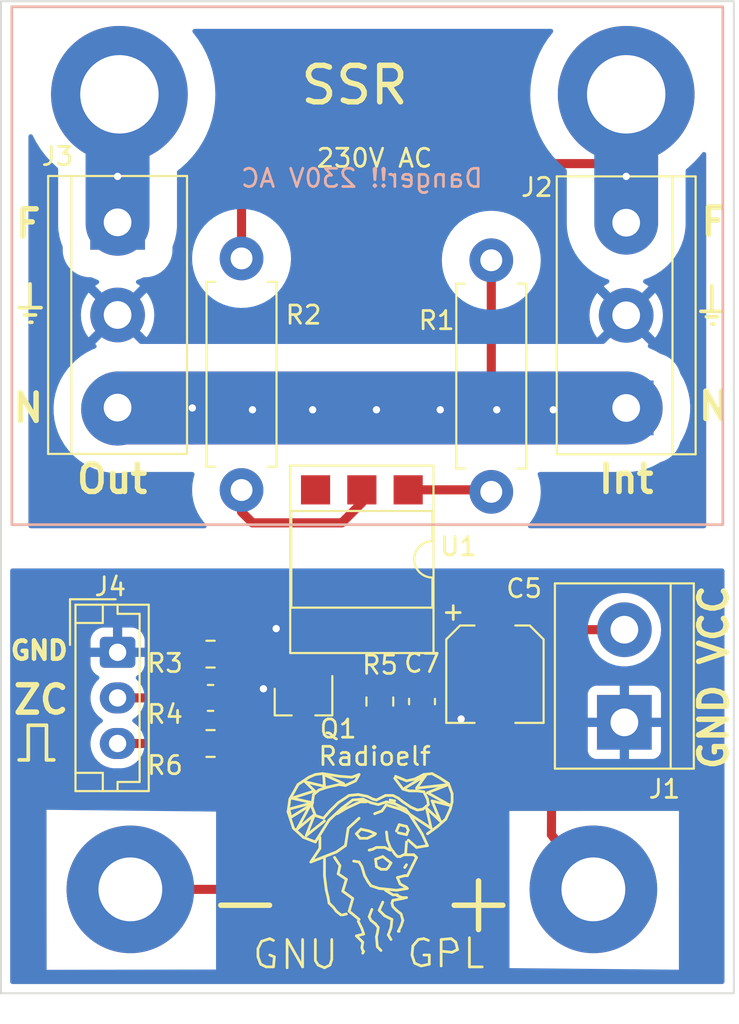
<source format=kicad_pcb>
(kicad_pcb (version 20211014) (generator pcbnew)
  (layers (0 "F.Cu" signal) (31 "B.Cu" signal) (34 "B.Paste" user) (35 "F.Paste" user) (36 "B.SilkS" user "B.Silkscreen") (37 "F.SilkS" user "F.Silkscreen") (38 "B.Mask" user) (39 "F.Mask" user) (44 "Edge.Cuts" user))
  (net 0 "")
  (net 1 "VCC")
  (net 2 "GND")
  (net 3 "Net-(H3-Pad1)")
  (net 4 "Control")
  (net 5 "Net-(H4-Pad1)")
  (net 6 "Net-(J2-Pad1)")
  (net 7 "Earth_Protective")
  (net 8 "Net-(Q1-Pad1)")
  (net 9 "Net-(R4-Pad1)")
  (net 11 "Net-(H1-Pad1)")
  (net 13 "Net-(R1-Pad1)")
  (net 14 "Net-(R2-Pad1)")
  (net 15 "Paso_Cero")
  (footprint "TerminalBlock:TerminalBlock_bornier-2_P5.08mm" (layer "F.Cu") (at 156.4 119.54 90)
    (fp_text reference "J1" (at -3.66 2.2 180) (layer "F.SilkS"))
    (fp_text value "power DC")
    (fp_line (start -2.54 -3.81) (end -2.54 3.81) (layer "F.SilkS") (width 0.12))
    (fp_line (start 7.62 2.54) (end -2.54 2.54) (layer "F.SilkS") (width 0.12))
    (fp_line (start 7.62 -3.81) (end -2.54 -3.81) (layer "F.SilkS") (width 0.12))
    (fp_line (start -2.54 3.81) (end 7.62 3.81) (layer "F.SilkS") (width 0.12))
    (fp_line (start 7.62 3.81) (end 7.62 -3.81) (layer "F.SilkS") (width 0.12))
    (pad "1" thru_hole rect locked (at 0 0 90) (size 3 3) (drill 1.52) (layers *.Cu *.Mask) (net 2 "GND"))
    (pad "2" thru_hole circle locked (at 5.08 0 90) (size 3 3) (drill 1.52) (layers *.Cu *.Mask) (net 1 "VCC"))
  )
  (footprint "Capacitor_SMD:CP_Elec_5x4.5" (layer "F.Cu") (at 149.3 116.9 -90)
    (fp_text reference "C5" (at -4.7 -1.6 180) (layer "F.SilkS"))
    (fp_text value "100uF")
    (fp_text user "+" (at -3.38 2.36 90) (layer "F.SilkS"))
    (fp_line (start 2.67 -2.67) (end 2.67 -1.12) (layer "F.SilkS") (width 0.12))
    (fp_line (start -2.67 1.91) (end -1.91 2.67) (layer "F.SilkS") (width 0.12))
    (fp_line (start -1.91 -2.67) (end -2.67 -1.91) (layer "F.SilkS") (width 0.12))
    (fp_line (start -2.67 -1.91) (end -2.67 -1.12) (layer "F.SilkS") (width 0.12))
    (fp_line (start 2.67 2.67) (end 2.67 1.12) (layer "F.SilkS") (width 0.12))
    (fp_line (start -1.91 2.67) (end 2.67 2.67) (layer "F.SilkS") (width 0.12))
    (fp_line (start 2.67 -2.67) (end -1.91 -2.67) (layer "F.SilkS") (width 0.12))
    (fp_line (start -2.67 1.91) (end -2.67 1.12) (layer "F.SilkS") (width 0.12))
    (pad "1" smd rect locked (at -2.2 0 90) (size 3 1.6) (layers "F.Cu" "F.Paste" "F.Mask") (net 1 "VCC"))
    (pad "2" smd rect locked (at 2.2 0 90) (size 3 1.6) (layers "F.Cu" "F.Paste" "F.Mask") (net 2 "GND"))
  )
  (footprint "Capacitor_SMD:C_0805_2012Metric" (layer "F.Cu") (at 145.3 118.4 -90)
    (fp_text reference "C7" (at -2.1 0) (layer "F.SilkS"))
    (fp_text value "100nF")
    (fp_line (start -0.15 0.71) (end 0.15 0.71) (layer "F.SilkS") (width 0.12))
    (fp_line (start -0.15 -0.71) (end 0.15 -0.71) (layer "F.SilkS") (width 0.12))
    (pad "1" smd rect locked (at -0.955 0 270) (size 0.97 1.5) (layers "F.Cu" "F.Paste" "F.Mask") (net 1 "VCC"))
    (pad "2" smd rect locked (at 0.955 0 270) (size 0.97 1.5) (layers "F.Cu" "F.Paste" "F.Mask") (net 2 "GND"))
  )
  (footprint "MountingHole:MountingHole_3.5mm_Pad_TopBottom" (layer "F.Cu") (at 129.3 128.7)
    (fp_text reference "H1" hide)
    (fp_text value "-")
    (pad "1" connect circle locked (at 0 0) (size 7 7) (layers "B.Cu" "B.Mask") (net 11 "Net-(H1-Pad1)"))
    (pad "1" connect circle locked (at 0 0) (size 7 7) (layers "F.Cu" "F.Mask") (net 11 "Net-(H1-Pad1)"))
    (pad "1" thru_hole circle locked (at 0 0) (size 3.9 3.9) (drill 3.5) (layers *.Cu *.Mask) (net 11 "Net-(H1-Pad1)"))
  )
  (footprint "MountingHole:MountingHole_3.5mm_Pad_TopBottom" (layer "F.Cu") (at 154.7 128.7)
    (fp_text reference "H2" hide)
    (fp_text value "+")
    (pad "1" thru_hole circle locked (at 0 0) (size 3.9 3.9) (drill 3.5) (layers *.Cu *.Mask) (net 1 "VCC"))
    (pad "1" connect circle locked (at 0 0) (size 7 7) (layers "F.Cu" "F.Mask") (net 1 "VCC"))
    (pad "1" connect circle locked (at 0 0) (size 7 7) (layers "B.Cu" "B.Mask") (net 1 "VCC"))
  )
  (footprint "MountingHole:MountingHole_4.3mm_M4_DIN965_Pad_TopBottom" (layer "F.Cu") (at 156.5 85.1)
    (fp_text reference "H3" hide)
    (fp_text value "Int F")
    (pad "1" connect circle locked (at 0 0) (size 7.5 7.5) (layers "F.Cu" "F.Mask") (net 3 "Net-(H3-Pad1)"))
    (pad "1" thru_hole circle locked (at 0 0) (size 4.7 4.7) (drill 4.3) (layers *.Cu *.Mask) (net 3 "Net-(H3-Pad1)"))
    (pad "1" connect circle locked (at 0 0) (size 7.5 7.5) (layers "B.Cu" "B.Mask") (net 3 "Net-(H3-Pad1)"))
  )
  (footprint "TerminalBlock:TerminalBlock_bornier-3_P5.08mm" (layer "F.Cu") (at 156.5 102.3 90)
    (fp_text reference "J2" (at 12.1 -4.9 180) (layer "F.SilkS"))
    (fp_text value "Power Int")
    (fp_line (start -2.54 3.81) (end -2.54 -3.81) (layer "F.SilkS") (width 0.12))
    (fp_line (start 12.7 3.81) (end 12.7 -3.81) (layer "F.SilkS") (width 0.12))
    (fp_line (start -2.54 2.54) (end 12.7 2.54) (layer "F.SilkS") (width 0.12))
    (fp_line (start -2.54 3.81) (end 12.7 3.81) (layer "F.SilkS") (width 0.12))
    (fp_line (start -2.54 -3.81) (end 12.7 -3.81) (layer "F.SilkS") (width 0.12))
    (pad "1" thru_hole rect locked (at 0 0 90) (size 3 3) (drill 1.52) (layers *.Cu *.Mask) (net 6 "Net-(J2-Pad1)"))
    (pad "2" thru_hole circle locked (at 5.08 0 90) (size 3 3) (drill 1.52) (layers *.Cu *.Mask) (net 7 "Earth_Protective"))
    (pad "3" thru_hole circle locked (at 10.16 0 90) (size 3 3) (drill 1.52) (layers *.Cu *.Mask) (net 3 "Net-(H3-Pad1)"))
  )
  (footprint "Connector_JST:JST_EH_B3B-EH-A_1x03_P2.50mm_Vertical" (layer "F.Cu") (at 128.6 115.7 -90)
    (fp_text reference "J4" (at -3.6 0.4) (layer "F.SilkS"))
    (fp_text value "Control CPU")
    (fp_line (start -2.61 -1.71) (end -2.61 2.31) (layer "F.SilkS") (width 0.12))
    (fp_line (start 7.11 -1.21) (end 7.11 0) (layer "F.SilkS") (width 0.12))
    (fp_line (start -2.11 0) (end -2.11 -1.21) (layer "F.SilkS") (width 0.12))
    (fp_line (start -1.61 0.81) (end -1.61 2.31) (layer "F.SilkS") (width 0.12))
    (fp_line (start -2.91 2.61) (end -0.41 2.61) (layer "F.SilkS") (width 0.12))
    (fp_line (start 7.61 2.31) (end 7.61 -1.71) (layer "F.SilkS") (width 0.12))
    (fp_line (start -2.91 0.11) (end -2.91 2.61) (layer "F.SilkS") (width 0.12))
    (fp_line (start -2.61 0.81) (end -1.61 0.81) (layer "F.SilkS") (width 0.12))
    (fp_line (start -2.61 0) (end -2.11 0) (layer "F.SilkS") (width 0.12))
    (fp_line (start 7.61 0.81) (end 6.61 0.81) (layer "F.SilkS") (width 0.12))
    (fp_line (start -2.61 2.31) (end 7.61 2.31) (layer "F.SilkS") (width 0.12))
    (fp_line (start 7.11 0) (end 7.61 0) (layer "F.SilkS") (width 0.12))
    (fp_line (start -2.11 -1.21) (end 7.11 -1.21) (layer "F.SilkS") (width 0.12))
    (fp_line (start 6.61 0.81) (end 6.61 2.31) (layer "F.SilkS") (width 0.12))
    (fp_line (start 7.61 -1.71) (end -2.61 -1.71) (layer "F.SilkS") (width 0.12))
    (pad "1" thru_hole roundrect locked (at 0 0 270) (size 1.7 1.95) (drill 0.95) (layers *.Cu *.Mask) (roundrect_rratio 0.1470588235) (net 2 "GND"))
    (pad "2" thru_hole oval locked (at 2.5 0 270) (size 1.7 1.95) (drill 0.95) (layers *.Cu *.Mask) (net 15 "Paso_Cero"))
    (pad "3" thru_hole oval locked (at 5 0 270) (size 1.7 1.95) (drill 0.95) (layers *.Cu *.Mask) (net 4 "Control"))
  )
  (footprint "Resistor_SMD:R_0805_2012Metric" (layer "F.Cu") (at 133.7 118.2 180)
    (fp_text reference "R4" (at 2.5 -0.9) (layer "F.SilkS"))
    (fp_text value "150R")
    (fp_line (start -0.15 0.71) (end 0.15 0.71) (layer "F.SilkS") (width 0.12))
    (fp_line (start -0.15 -0.71) (end 0.15 -0.71) (layer "F.SilkS") (width 0.12))
    (pad "1" smd rect locked (at -0.955 0 180) (size 0.97 1.5) (layers "F.Cu" "F.Paste" "F.Mask") (net 9 "Net-(R4-Pad1)"))
    (pad "2" smd rect locked (at 0.955 0 180) (size 0.97 1.5) (layers "F.Cu" "F.Paste" "F.Mask") (net 15 "Paso_Cero"))
  )
  (footprint "Package_DIP:DIP-6_W7.62mm_SMDSocket_SmallPads" (layer "F.Cu") (at 142 110.6 -90)
    (fp_text reference "U1" (at -0.7 -5.3 180) (layer "F.SilkS"))
    (fp_text value "H11AA1")
    (fp_line (start -5.14 3.93) (end 5.14 3.93) (layer "F.SilkS") (width 0.12))
    (fp_line (start 2.65 3.87) (end 2.65 -3.87) (layer "F.SilkS") (width 0.12))
    (fp_line (start 5.14 3.93) (end 5.14 -3.93) (layer "F.SilkS") (width 0.12))
    (fp_line (start -1 -3.87) (end -2.65 -3.87) (layer "F.SilkS") (width 0.12))
    (fp_line (start -2.65 3.87) (end 2.65 3.87) (layer "F.SilkS") (width 0.12))
    (fp_line (start 5.14 -3.93) (end -5.14 -3.93) (layer "F.SilkS") (width 0.12))
    (fp_line (start -2.65 -3.87) (end -2.65 3.87) (layer "F.SilkS") (width 0.12))
    (fp_line (start -5.14 -3.93) (end -5.14 3.93) (layer "F.SilkS") (width 0.12))
    (fp_line (start 2.65 -3.87) (end 1 -3.87) (layer "F.SilkS") (width 0.12))
    (fp_arc (start 1 -3.87) (mid 0 -2.87) (end -1 -3.87) (layer "F.SilkS") (width 0.12))
    (pad "1" smd rect locked (at -3.81 -2.54 270) (size 1.6 1.6) (layers "F.Cu" "F.Paste" "F.Mask") (net 13 "Net-(R1-Pad1)"))
    (pad "2" smd rect locked (at -3.81 0 270) (size 1.6 1.6) (layers "F.Cu" "F.Paste" "F.Mask") (net 14 "Net-(R2-Pad1)"))
    (pad "3" smd rect locked (at -3.81 2.54 270) (size 1.6 1.6) (layers "F.Cu" "F.Paste" "F.Mask"))
    (pad "4" smd rect locked (at 3.81 2.54 270) (size 1.6 1.6) (layers "F.Cu" "F.Paste" "F.Mask") (net 2 "GND"))
    (pad "5" smd rect locked (at 3.81 0 270) (size 1.6 1.6) (layers "F.Cu" "F.Paste" "F.Mask") (net 9 "Net-(R4-Pad1)"))
    (pad "6" smd rect locked (at 3.81 -2.54 270) (size 1.6 1.6) (layers "F.Cu" "F.Paste" "F.Mask"))
  )
  (footprint "TerminalBlock:TerminalBlock_bornier-3_P5.08mm" (layer "F.Cu") (at 128.6 92.12 -90)
    (fp_text reference "J3" (at -3.62 3.3 180) (layer "F.SilkS"))
    (fp_text value "Power Out")
    (fp_line (start -2.54 2.54) (end 12.7 2.54) (layer "F.SilkS") (width 0.12))
    (fp_line (start -2.54 3.81) (end 12.7 3.81) (layer "F.SilkS") (width 0.12))
    (fp_line (start -2.54 3.81) (end -2.54 -3.81) (layer "F.SilkS") (width 0.12))
    (fp_line (start 12.7 3.81) (end 12.7 -3.81) (layer "F.SilkS") (width 0.12))
    (fp_line (start -2.54 -3.81) (end 12.7 -3.81) (layer "F.SilkS") (width 0.12))
    (pad "1" thru_hole rect locked (at 0 0 270) (size 3 3) (drill 1.52) (layers *.Cu *.Mask) (net 5 "Net-(H4-Pad1)"))
    (pad "2" thru_hole circle locked (at 5.08 0 270) (size 3 3) (drill 1.52) (layers *.Cu *.Mask) (net 7 "Earth_Protective"))
    (pad "3" thru_hole circle locked (at 10.16 0 270) (size 3 3) (drill 1.52) (layers *.Cu *.Mask) (net 6 "Net-(J2-Pad1)"))
  )
  (footprint "Resistor_THT:R_Axial_DIN0411_L9.9mm_D3.6mm_P12.70mm_Horizontal" (layer "F.Cu") (at 149.1 106.9 90)
    (fp_text reference "R1" (at 9.4 -3 180) (layer "F.SilkS"))
    (fp_text value "47k")
    (fp_line (start 1.28 1.44) (end 1.28 1.92) (layer "F.SilkS") (width 0.12))
    (fp_line (start 1.28 -1.44) (end 1.28 -1.92) (layer "F.SilkS") (width 0.12))
    (fp_line (start 11.42 -1.92) (end 11.42 -1.44) (layer "F.SilkS") (width 0.12))
    (fp_line (start 1.28 1.92) (end 11.42 1.92) (layer "F.SilkS") (width 0.12))
    (fp_line (start 1.28 -1.92) (end 11.42 -1.92) (layer "F.SilkS") (width 0.12))
    (fp_line (start 11.42 1.92) (end 11.42 1.44) (layer "F.SilkS") (width 0.12))
    (pad "1" thru_hole circle locked (at 0 0 90) (size 2.4 2.4) (drill 1.2) (layers *.Cu *.Mask) (net 13 "Net-(R1-Pad1)"))
    (pad "2" thru_hole oval locked (at 12.7 0 90) (size 2.4 2.4) (drill 1.2) (layers *.Cu *.Mask) (net 6 "Net-(J2-Pad1)"))
  )
  (footprint "Symbol:Symbol_GNU-Logo_SilkscreenTop" (layer "F.Cu") (at 142.7 126.1)
    (fp_text reference "Radioelf" (at 0 -4.7) (layer "F.SilkS"))
    (fp_text value "Symbol_GNU-Logo_SilkscreenTop")
    (fp_line (start -0.39878 -0.20066) (end 0 -0.39878) (layer "F.SilkS") (width 0.15))
    (fp_line (start -4.65074 -2.3495) (end -4.7498 -1.651) (layer "F.SilkS") (width 0.15))
    (fp_line (start 3.64998 6.79958) (end 3.64998 5.34924) (layer "F.SilkS") (width 0.15))
    (fp_line (start 0.94996 4.24942) (end 0.89916 4.699) (layer "F.SilkS") (width 0.15))
    (fp_line (start -1.5494 2.04978) (end -1.75006 2.70002) (layer "F.SilkS") (width 0.15))
    (fp_line (start -4.24942 -0.70104) (end -3.55092 -1.99898) (layer "F.SilkS") (width 0.15))
    (fp_line (start 1.5494 4.30022) (end 1.45034 4.59994) (layer "F.SilkS") (width 0.15))
    (fp_line (start 2.79908 -3.64998) (end 1.651 -2.94894) (layer "F.SilkS") (width 0.15))
    (fp_line (start -2.75082 6.90118) (end -2.4511 6.74878) (layer "F.SilkS") (width 0.15))
    (fp_line (start -1.39954 3.79984) (end -0.8509 4.24942) (layer "F.SilkS") (width 0.15))
    (fp_line (start 1.19888 3.74904) (end 1.45034 3.9497) (layer "F.SilkS") (width 0.15))
    (fp_line (start 0.94996 3.35026) (end 1.00076 3.55092) (layer "F.SilkS") (width 0.15))
    (fp_line (start 1.45034 4.59994) (end 1.30048 4.89966) (layer "F.SilkS") (width 0.15))
    (fp_line (start -0.59944 5.99948) (end -0.65024 6.10108) (layer "F.SilkS") (width 0.15))
    (fp_line (start -0.09906 0.39878) (end -0.29972 0.44958) (layer "F.SilkS") (width 0.15))
    (fp_line (start -2.49936 3.35026) (end -2.55016 3.05054) (layer "F.SilkS") (width 0.15))
    (fp_line (start -0.29972 -0.59944) (end -0.7493 -0.70104) (layer "F.SilkS") (width 0.15))
    (fp_line (start 1.5494 -2.19964) (end 1.30048 -2.4003) (layer "F.SilkS") (width 0.15))
    (fp_line (start 1.75006 0) (end 1.69926 0.65024) (layer "F.SilkS") (width 0.15))
    (fp_line (start 0.20066 -2.04978) (end 0.65024 -2.19964) (layer "F.SilkS") (width 0.15))
    (fp_line (start 0.8509 0.44958) (end 0.55118 0.29972) (layer "F.SilkS") (width 0.15))
    (fp_line (start 1.30048 -2.4003) (end 1.00076 -2.55016) (layer "F.SilkS") (width 0.15))
    (fp_line (start -0.8001 -0.20066) (end -0.39878 -0.20066) (layer "F.SilkS") (width 0.15))
    (fp_line (start -1.89992 1.30048) (end -1.99898 1.75006) (layer "F.SilkS") (width 0.15))
    (fp_line (start 2.60096 -0.44958) (end 2.90068 0.20066) (layer "F.SilkS") (width 0.15))
    (fp_line (start 0.8509 0.29972) (end 0.94996 0.44958) (layer "F.SilkS") (width 0.15))
    (fp_line (start -3.50012 1.09982) (end -2.10058 0.55118) (layer "F.SilkS") (width 0.15))
    (fp_line (start -2.99974 -0.24892) (end -2.99974 0.35052) (layer "F.SilkS") (width 0.15))
    (fp_line (start 1.6002 0.70104) (end 1.80086 0.70104) (layer "F.SilkS") (width 0.15))
    (fp_line (start -6.4008 5.84962) (end -6.4008 6.2992) (layer "F.SilkS") (width 0.15))
    (fp_line (start -0.70104 5.79882) (end -0.65024 5.95122) (layer "F.SilkS") (width 0.15))
    (fp_line (start -0.8001 -2.19964) (end -0.44958 -2.19964) (layer "F.SilkS") (width 0.15))
    (fp_line (start -1.45034 -0.7493) (end -0.8509 -1.30048) (layer "F.SilkS") (width 0.15))
    (fp_line (start -0.55118 1.84912) (end -0.70104 1.34874) (layer "F.SilkS") (width 0.15))
    (fp_line (start 0.89916 4.699) (end 0.7493 5.10032) (layer "F.SilkS") (width 0.15))
    (fp_line (start 2.55016 6.79958) (end 2.99974 6.70052) (layer "F.SilkS") (width 0.15))
    (fp_line (start 1.34874 -0.94996) (end 1.75006 -0.8509) (layer "F.SilkS") (width 0.15))
    (fp_line (start 0.59944 2.64922) (end 1.00076 2.90068) (layer "F.SilkS") (width 0.15))
    (fp_line (start 1.00076 3.55092) (end 1.19888 3.74904) (layer "F.SilkS") (width 0.15))
    (fp_line (start -0.70104 1.34874) (end -0.8509 1.09982) (layer "F.SilkS") (width 0.15))
    (fp_line (start -6.20014 5.45084) (end -6.4008 5.84962) (layer "F.SilkS") (width 0.15))
    (fp_line (start -1.5494 -1.84912) (end -0.8001 -2.19964) (layer "F.SilkS") (width 0.15))
    (fp_line (start 2.90068 0.20066) (end 2.30124 0.29972) (layer "F.SilkS") (width 0.15))
    (fp_line (start 1.00076 -2.55016) (end 0.59944 -2.55016) (layer "F.SilkS") (width 0.15))
    (fp_line (start 2.14884 0.70104) (end 2.30124 0.8509) (layer "F.SilkS") (width 0.15))
    (fp_line (start 0.35052 1.50114) (end 0.65024 1.50114) (layer "F.SilkS") (width 0.15))
    (fp_line (start 5.19938 5.25018) (end 5.19938 6.85038) (layer "F.SilkS") (width 0.15))
    (fp_line (start 1.5494 3.0988) (end 1.00076 3.2004) (layer "F.SilkS") (width 0.15))
    (fp_line (start 2.84988 -1.84912) (end 3.59918 -1.15062) (layer "F.SilkS") (width 0.15))
    (fp_line (start 2.64922 -1.80086) (end 2.3495 -1.75006) (layer "F.SilkS") (width 0.15))
    (fp_line (start 0 -1.5494) (end 0.39878 -1.69926) (layer "F.SilkS") (width 0.15))
    (fp_line (start 0.09906 -2.30124) (end -0.09906 -2.3495) (layer "F.SilkS") (width 0.15))
    (fp_line (start -2.25044 3.59918) (end -2.49936 3.35026) (layer "F.SilkS") (width 0.15))
    (fp_line (start -1.99898 -2.14884) (end -2.4511 -1.69926) (layer "F.SilkS") (width 0.15))
    (fp_line (start -2.55016 3.05054) (end -2.64922 2.64922) (layer "F.SilkS") (width 0.15))
    (fp_line (start -3.59918 -3.55092) (end -4.20116 -3.1496) (layer "F.SilkS") (width 0.15))
    (fp_line (start 0.14986 5.75056) (end 0.35052 5.95122) (layer "F.SilkS") (width 0.15))
    (fp_line (start -5.5499 6.85038) (end -5.4991 6.2992) (layer "F.SilkS") (width 0.15))
    (fp_line (start -2.79908 -1.30048) (end -3.2512 -1.45034) (layer "F.SilkS") (width 0.15))
    (fp_line (start -0.89916 4.35102) (end -0.70104 4.7498) (layer "F.SilkS") (width 0.15))
    (fp_line (start -3.29946 -2.79908) (end -3.79984 -3.29946) (layer "F.SilkS") (width 0.15))
    (fp_line (start -3.74904 -0.35052) (end -3.29946 -1.50114) (layer "F.SilkS") (width 0.15))
    (fp_line (start 0.65024 1.50114) (end 0.7493 1.39954) (layer "F.SilkS") (width 0.15))
    (fp_line (start 1.75006 -0.39878) (end 1.30048 -0.50038) (layer "F.SilkS") (width 0.15))
    (fp_line (start -3.2512 0) (end -2.49936 -1.19888) (layer "F.SilkS") (width 0.15))
    (fp_line (start 0.24892 3.74904) (end 0.55118 4.04876) (layer "F.SilkS") (width 0.15))
    (fp_line (start 0.0508 4.50088) (end 0.20066 4.699) (layer "F.SilkS") (width 0.15))
    (fp_line (start 3.59918 -1.15062) (end 3.1496 -2.25044) (layer "F.SilkS") (width 0.15))
    (fp_line (start 3.1496 -2.25044) (end 4.15036 -1.99898) (layer "F.SilkS") (width 0.15))
    (fp_line (start 2.94894 -2.04978) (end 2.64922 -1.80086) (layer "F.SilkS") (width 0.15))
    (fp_line (start -2.70002 2.25044) (end -2.75082 1.84912) (layer "F.SilkS") (width 0.15))
    (fp_line (start -1.24968 -3.55092) (end -1.89992 -3.59918) (layer "F.SilkS") (width 0.15))
    (fp_line (start 0.39878 -1.69926) (end 0.65024 -2.04978) (layer "F.SilkS") (width 0.15))
    (fp_line (start -0.70104 4.7498) (end -0.59944 5.04952) (layer "F.SilkS") (width 0.15))
    (fp_line (start -4.699 -1.80086) (end -3.40106 -2.14884) (layer "F.SilkS") (width 0.15))
    (fp_line (start 1.80086 1.84912) (end 1.651 1.84912) (layer "F.SilkS") (width 0.15))
    (fp_line (start -2.10058 3.79984) (end -2.25044 3.59918) (layer "F.SilkS") (width 0.15))
    (fp_line (start 1.15062 -3.59918) (end 1.75006 -3.35026) (layer "F.SilkS") (width 0.15))
    (fp_line (start 1.24968 2.94894) (end 1.50114 3.05054) (layer "F.SilkS") (width 0.15))
    (fp_line (start 0.55118 4.04876) (end 0.94996 4.24942) (layer "F.SilkS") (width 0.15))
    (fp_line (start -0.20066 4.30022) (end 0.0508 4.50088) (layer "F.SilkS") (width 0.15))
    (fp_line (start -2.99974 0.35052) (end -3.50012 1.09982) (layer "F.SilkS") (width 0.15))
    (fp_line (start -0.20066 -2.14884) (end 0.20066 -2.04978) (layer "F.SilkS") (width 0.15))
    (fp_line (start 0.24892 2.55016) (end -0.20066 2.4003) (layer "F.SilkS") (width 0.15))
    (fp_line (start 2.30124 0.8509) (end 1.80086 1.84912) (layer "F.SilkS") (width 0.15))
    (fp_line (start -0.35052 2.19964) (end -0.55118 1.84912) (layer "F.SilkS") (width 0.15))
    (fp_line (start 4.24942 -2.64922) (end 4.24942 -2.19964) (layer "F.SilkS") (width 0.15))
    (fp_line (start 0.7493 5.10032) (end 0.89916 5.34924) (layer "F.SilkS") (width 0.15))
    (fp_line (start -2.79908 -3.70078) (end -1.69926 -3.2004) (layer "F.SilkS") (width 0.15))
    (fp_line (start -2.64922 2.64922) (end -2.70002 2.25044) (layer "F.SilkS") (width 0.15))
    (fp_line (start 1.80086 -1.6002) (end 3.0988 -0.7493) (layer "F.SilkS") (width 0.15))
    (fp_line (start 5.19938 6.85038) (end 5.90042 6.85038) (layer "F.SilkS") (width 0.15))
    (fp_line (start -4.59994 -1.34874) (end -4.699 -1.80086) (layer "F.SilkS") (width 0.15))
    (fp_line (start 1.75006 3.05054) (end 1.5494 3.0988) (layer "F.SilkS") (width 0.15))
    (fp_line (start 3.1496 -3.74904) (end 3.59918 -3.50012) (layer "F.SilkS") (width 0.15))
    (fp_line (start -3.2512 -1.45034) (end -3.44932 -1.95072) (layer "F.SilkS") (width 0.15))
    (fp_line (start -1.95072 -3.1496) (end -1.6002 -3.0988) (layer "F.SilkS") (width 0.15))
    (fp_line (start 4.15036 -1.80086) (end 3.8989 -1.24968) (layer "F.SilkS") (width 0.15))
    (fp_line (start 1.19888 2.64922) (end 0.7493 2.60096) (layer "F.SilkS") (width 0.15))
    (fp_line (start 2.99974 6.70052) (end 2.99974 6.20014) (layer "F.SilkS") (width 0.15))
    (fp_line (start -0.7493 -0.70104) (end -1.00076 -0.44958) (layer "F.SilkS") (width 0.15))
    (fp_line (start -5.5499 5.40004) (end -5.75056 5.30098) (layer "F.SilkS") (width 0.15))
    (fp_line (start 1.39954 -1.80086) (end 1.80086 -1.6002) (layer "F.SilkS") (width 0.15))
    (fp_line (start -0.14986 3.70078) (end -0.29972 4.09956) (layer "F.SilkS") (width 0.15))
    (fp_line (start 1.30048 4.89966) (end 1.34874 4.89966) (layer "F.SilkS") (width 0.15))
    (fp_line (start -1.19888 3.0988) (end -1.39954 3.79984) (layer "F.SilkS") (width 0.15))
    (fp_line (start 4.04876 -3.1496) (end 2.30124 -2.94894) (layer "F.SilkS") (width 0.15))
    (fp_line (start -2.75082 -3.05054) (end -2.79908 -3.70078) (layer "F.SilkS") (width 0.15))
    (fp_line (start 1.5494 -2.90068) (end 1.89992 -2.79908) (layer "F.SilkS") (width 0.15))
    (fp_line (start -2.10058 0.55118) (end -1.6002 0.20066) (layer "F.SilkS") (width 0.15))
    (fp_line (start -2.04978 -1.5494) (end -1.5494 -1.84912) (layer "F.SilkS") (width 0.15))
    (fp_line (start 0.24892 0.29972) (end 0.09906 0.29972) (layer "F.SilkS") (width 0.15))
    (fp_line (start 1.00076 0.50038) (end 1.09982 0.65024) (layer "F.SilkS") (width 0.15))
    (fp_line (start 0.14986 5.00126) (end 0.09906 5.19938) (layer "F.SilkS") (width 0.15))
    (fp_line (start -1.99898 1.75006) (end -1.5494 2.04978) (layer "F.SilkS") (width 0.15))
    (fp_line (start 1.89992 -2.79908) (end 2.3495 -2.79908) (layer "F.SilkS") (width 0.15))
    (fp_line (start 2.19964 6.64972) (end 2.55016 6.79958) (layer "F.SilkS") (width 0.15))
    (fp_line (start 1.75006 -0.8509) (end 1.84912 -0.65024) (layer "F.SilkS") (width 0.15))
    (fp_line (start -0.8509 1.09982) (end -1.15062 1.04902) (layer "F.SilkS") (width 0.15))
    (fp_line (start -1.6002 0.20066) (end -1.45034 -0.7493) (layer "F.SilkS") (width 0.15))
    (fp_line (start 1.50114 3.05054) (end 1.75006 3.05054) (layer "F.SilkS") (width 0.15))
    (fp_line (start -3.55092 -1.99898) (end -4.59994 -1.34874) (layer "F.SilkS") (width 0.15))
    (fp_line (start -1.6002 -3.0988) (end -1.04902 -3.35026) (layer "F.SilkS") (width 0.15))
    (fp_line (start 1.75006 0.70104) (end 2.14884 0.70104) (layer "F.SilkS") (width 0.15))
    (fp_line (start 0.09906 0.29972) (end -0.09906 0.39878) (layer "F.SilkS") (width 0.15))
    (fp_line (start -1.89992 -3.59918) (end -2.84988 -3.74904) (layer "F.SilkS") (width 0.15))
    (fp_line (start -3.35026 -2.60096) (end -3.05054 -2.84988) (layer "F.SilkS") (width 0.15))
    (fp_line (start 0.20066 4.699) (end 0.14986 5.00126) (layer "F.SilkS") (width 0.15))
    (fp_line (start -2.75082 -1.15062) (end -3.74904 -0.35052) (layer "F.SilkS") (width 0.15))
    (fp_line (start -0.09906 -2.3495) (end -0.39878 -2.49936) (layer "F.SilkS") (width 0.15))
    (fp_line (start 1.84912 -0.65024) (end 1.75006 -0.39878) (layer "F.SilkS") (width 0.15))
    (fp_line (start -1.80086 -1.84912) (end -1.19888 -2.30124) (layer "F.SilkS") (width 0.15))
    (fp_line (start 0.09906 1.34874) (end 0.35052 1.50114) (layer "F.SilkS") (width 0.15))
    (fp_line (start -3.29946 -1.50114) (end -4.24942 -0.70104) (layer "F.SilkS") (width 0.15))
    (fp_line (start 0.7493 2.60096) (end 0.24892 2.55016) (layer "F.SilkS") (width 0.15))
    (fp_line (start 1.75006 1.24968) (end 1.651 1.39954) (layer "F.SilkS") (width 0.15))
    (fp_line (start -1.04902 -3.35026) (end -0.8509 -3.70078) (layer "F.SilkS") (width 0.15))
    (fp_line (start 1.39954 2.30124) (end 1.75006 2.49936) (layer "F.SilkS") (width 0.15))
    (fp_line (start 2.70002 -3.70078) (end 3.1496 -3.74904) (layer "F.SilkS") (width 0.15))
    (fp_line (start -3.05054 -2.84988) (end -2.60096 -2.99974) (layer "F.SilkS") (width 0.15))
    (fp_line (start -2.84988 -3.74904) (end -3.2512 -3.70078) (layer "F.SilkS") (width 0.15))
    (fp_line (start 2.70002 -2.75082) (end 2.90068 -2.3495) (layer "F.SilkS") (width 0.15))
    (fp_line (start 1.69926 -1.80086) (end 1.89992 -1.5494) (layer "F.SilkS") (width 0.15))
    (fp_line (start 2.3495 -2.79908) (end 2.70002 -2.75082) (layer "F.SilkS") (width 0.15))
    (fp_line (start -5.75056 5.30098) (end -6.20014 5.45084) (layer "F.SilkS") (width 0.15))
    (fp_line (start 1.24968 1.95072) (end 1.39954 2.30124) (layer "F.SilkS") (width 0.15))
    (fp_line (start -2.4511 -1.69926) (end -2.79908 -1.30048) (layer "F.SilkS") (width 0.15))
    (fp_line (start 1.39954 0.8001) (end 1.6002 0.70104) (layer "F.SilkS") (width 0.15))
    (fp_line (start 3.59918 -3.50012) (end 4.04876 -3.2004) (layer "F.SilkS") (width 0.15))
    (fp_line (start 1.99898 -1.89992) (end 1.5494 -2.19964) (layer "F.SilkS") (width 0.15))
    (fp_line (start -1.19888 -2.30124) (end -0.65024 -2.3495) (layer "F.SilkS") (width 0.15))
    (fp_line (start 2.94894 5.40004) (end 2.70002 5.30098) (layer "F.SilkS") (width 0.15))
    (fp_line (start 4.24942 -2.19964) (end 4.15036 -1.80086) (layer "F.SilkS") (width 0.15))
    (fp_line (start -4.20116 -3.1496) (end -4.65074 -2.3495) (layer "F.SilkS") (width 0.15))
    (fp_line (start 0.65024 -2.19964) (end 1.09982 -2.10058) (layer "F.SilkS") (width 0.15))
    (fp_line (start -1.39954 -2.55016) (end -1.99898 -2.14884) (layer "F.SilkS") (width 0.15))
    (fp_line (start -0.65024 5.4991) (end -0.70104 5.79882) (layer "F.SilkS") (width 0.15))
    (fp_line (start 2.90068 -2.70002) (end 4.04876 -3.1496) (layer "F.SilkS") (width 0.15))
    (fp_line (start -6.4008 6.2992) (end -6.25094 6.70052) (layer "F.SilkS") (width 0.15))
    (fp_line (start -0.59944 5.04952) (end -1.00076 5.15112) (layer "F.SilkS") (width 0.15))
    (fp_line (start -2.19964 0.8509) (end -1.89992 1.30048) (layer "F.SilkS") (width 0.15))
    (fp_line (start 1.19888 -0.59944) (end 1.34874 -0.94996) (layer "F.SilkS") (width 0.15))
    (fp_line (start -1.84912 4.0005) (end -2.10058 3.79984) (layer "F.SilkS") (width 0.15))
    (fp_line (start 0.55118 0.29972) (end 0.24892 0.29972) (layer "F.SilkS") (width 0.15))
    (fp_line (start -3.9497 6.85038) (end -3.9497 5.34924) (layer "F.SilkS") (width 0.15))
    (fp_line (start -2.60096 -2.99974) (end -1.95072 -3.1496) (layer "F.SilkS") (width 0.15))
    (fp_line (start 0.7493 1.39954) (end 0.89916 1.15062) (layer "F.SilkS") (width 0.15))
    (fp_line (start 1.45034 3.9497) (end 1.5494 4.30022) (layer "F.SilkS") (width 0.15))
    (fp_line (start -2.75082 1.34874) (end -2.75082 0.8509) (layer "F.SilkS") (width 0.15))
    (fp_line (start -2.3495 6.44906) (end -2.3495 5.34924) (layer "F.SilkS") (width 0.15))
    (fp_line (start -2.4511 6.74878) (end -2.3495 6.44906) (layer "F.SilkS") (width 0.15))
    (fp_line (start -1.00076 -0.44958) (end -0.8001 -0.20066) (layer "F.SilkS") (width 0.15))
    (fp_line (start 2.90068 -2.3495) (end 2.94894 -2.04978) (layer "F.SilkS") (width 0.15))
    (fp_line (start -3.2512 5.34924) (end -3.2512 6.49986) (layer "F.SilkS") (width 0.15))
    (fp_line (start 1.09982 -3.50012) (end 1.5494 -2.90068) (layer "F.SilkS") (width 0.15))
    (fp_line (start 0.0508 0.94996) (end 0.09906 1.34874) (layer "F.SilkS") (width 0.15))
    (fp_line (start -3.44932 -1.95072) (end -3.35026 -2.60096) (layer "F.SilkS") (width 0.15))
    (fp_line (start -0.65024 -2.3495) (end -0.20066 -2.14884) (layer "F.SilkS") (width 0.15))
    (fp_line (start -1.75006 4.0005) (end -1.5494 3.9497) (layer "F.SilkS") (width 0.15))
    (fp_line (start 1.80086 2.55016) (end 1.19888 2.64922) (layer "F.SilkS") (width 0.15))
    (fp_line (start 2.3495 -1.75006) (end 1.99898 -1.89992) (layer "F.SilkS") (width 0.15))
    (fp_line (start -4.7498 -1.651) (end -4.45008 -0.7493) (layer "F.SilkS") (width 0.15))
    (fp_line (start 1.75006 -3.35026) (end 2.19964 -3.44932) (layer "F.SilkS") (width 0.15))
    (fp_line (start -5.95122 6.85038) (end -5.5499 6.85038) (layer "F.SilkS") (width 0.15))
    (fp_line (start 1.09982 -2.10058) (end 1.69926 -1.80086) (layer "F.SilkS") (width 0.15))
    (fp_line (start 0.09906 5.19938) (end 0.14986 5.75056) (layer "F.SilkS") (width 0.15))
    (fp_line (start 0.0508 -0.44958) (end -0.29972 -0.59944) (layer "F.SilkS") (width 0.15))
    (fp_line (start -3.8989 -0.24892) (end -3.2512 0) (layer "F.SilkS") (width 0.15))
    (fp_line (start -3.0988 6.74878) (end -2.75082 6.90118) (layer "F.SilkS") (width 0.15))
    (fp_line (start 1.00076 2.90068) (end 1.24968 2.90068) (layer "F.SilkS") (width 0.15))
    (fp_line (start -3.2512 -3.70078) (end -3.59918 -3.55092) (layer "F.SilkS") (width 0.15))
    (fp_line (start -2.75082 1.84912) (end -2.75082 1.34874) (layer "F.SilkS") (width 0.15))
    (fp_line (start 0.44958 3.29946) (end 0.24892 3.74904) (layer "F.SilkS") (width 0.15))
    (fp_line (start 2.30124 0.29972) (end 1.84912 -0.09906) (layer "F.SilkS") (width 0.15))
    (fp_line (start 1.09982 0.65024) (end 1.24968 0.8001) (layer "F.SilkS") (width 0.15))
    (fp_line (start -3.40106 -2.14884) (end -4.54914 -2.4003) (layer "F.SilkS") (width 0.15))
    (fp_line (start 0.89916 1.15062) (end 0.44958 0.8001) (layer "F.SilkS") (width 0.15))
    (fp_line (start -4.8006 5.34924) (end -3.9497 6.85038) (layer "F.SilkS") (width 0.15))
    (fp_line (start -1.75006 2.70002) (end -1.19888 3.0988) (layer "F.SilkS") (width 0.15))
    (fp_line (start 2.30124 -2.94894) (end 2.79908 -3.64998) (layer "F.SilkS") (width 0.15))
    (fp_line (start 2.99974 6.20014) (end 2.70002 6.20014) (layer "F.SilkS") (width 0.15))
    (fp_line (start 1.00076 3.2004) (end 0.94996 3.35026) (layer "F.SilkS") (width 0.15))
    (fp_line (start 2.4003 5.34924) (end 2.10058 5.69976) (layer "F.SilkS") (width 0.15))
    (fp_line (start 3.0988 -0.7493) (end 2.84988 -1.84912) (layer "F.SilkS") (width 0.15))
    (fp_line (start 0.65024 -0.55118) (end 0.70104 -0.09906) (layer "F.SilkS") (width 0.15))
    (fp_line (start 3.44932 -0.8509) (end 2.90068 -0.44958) (layer "F.SilkS") (width 0.15))
    (fp_line (start -4.54914 -2.4003) (end -3.29946 -2.79908) (layer "F.SilkS") (width 0.15))
    (fp_line (start -3.2512 6.49986) (end -3.0988 6.74878) (layer "F.SilkS") (width 0.15))
    (fp_line (start 0.8509 -2.30124) (end 1.09982 -2.25044) (layer "F.SilkS") (width 0.15))
    (fp_line (start 0.7493 -1.99898) (end 1.39954 -1.80086) (layer "F.SilkS") (width 0.15))
    (fp_line (start 0.59944 -2.55016) (end 0.09906 -2.30124) (layer "F.SilkS") (width 0.15))
    (fp_line (start -6.25094 6.70052) (end -5.95122 6.85038) (layer "F.SilkS") (width 0.15))
    (fp_line (start -0.89916 -2.60096) (end -1.39954 -2.55016) (layer "F.SilkS") (width 0.15))
    (fp_line (start -2.49936 -1.19888) (end -1.80086 -1.84912) (layer "F.SilkS") (width 0.15))
    (fp_line (start 4.45008 5.4991) (end 4.54914 5.90042) (layer "F.SilkS") (width 0.15))
    (fp_line (start 2.19964 -3.44932) (end 2.70002 -3.70078) (layer "F.SilkS") (width 0.15))
    (fp_line (start -0.8509 -3.70078) (end -1.24968 -3.55092) (layer "F.SilkS") (width 0.15))
    (fp_line (start 2.10058 5.69976) (end 2.04978 6.20014) (layer "F.SilkS") (width 0.15))
    (fp_line (start 0.70104 -0.09906) (end 0.8509 0.29972) (layer "F.SilkS") (width 0.15))
    (fp_line (start -4.45008 -0.7493) (end -3.8989 -0.24892) (layer "F.SilkS") (width 0.15))
    (fp_line (start 4.15036 -1.99898) (end 2.90068 -2.70002) (layer "F.SilkS") (width 0.15))
    (fp_line (start 4.20116 5.30098) (end 4.45008 5.4991) (layer "F.SilkS") (width 0.15))
    (fp_line (start -3.79984 -3.29946) (end -2.75082 -3.05054) (layer "F.SilkS") (width 0.15))
    (fp_line (start 0.44958 0.8001) (end 0.0508 0.94996) (layer "F.SilkS") (width 0.15))
    (fp_line (start 1.24968 0.8001) (end 1.39954 0.8001) (layer "F.SilkS") (width 0.15))
    (fp_line (start 1.651 1.84912) (end 1.24968 1.95072) (layer "F.SilkS") (width 0.15))
    (fp_line (start 2.70002 5.30098) (end 2.4003 5.34924) (layer "F.SilkS") (width 0.15))
    (fp_line (start 4.54914 5.90042) (end 4.24942 6.05028) (layer "F.SilkS") (width 0.15))
    (fp_line (start 4.24942 6.05028) (end 3.74904 5.99948) (layer "F.SilkS") (width 0.15))
    (fp_line (start -0.20066 2.4003) (end -0.35052 2.19964) (layer "F.SilkS") (width 0.15))
    (fp_line (start -5.4991 6.2992) (end -5.75056 6.20014) (layer "F.SilkS") (width 0.15))
    (fp_line (start -0.29972 4.09956) (end -0.20066 4.30022) (layer "F.SilkS") (width 0.15))
    (fp_line (start 1.89992 -1.5494) (end 2.60096 -0.44958) (layer "F.SilkS") (width 0.15))
    (fp_line (start 3.8989 -1.24968) (end 3.44932 -0.8509) (layer "F.SilkS") (width 0.15))
    (fp_line (start -0.39878 -2.49936) (end -0.89916 -2.60096) (layer "F.SilkS") (width 0.15))
    (fp_line (start 2.04978 6.20014) (end 2.19964 6.64972) (layer "F.SilkS") (width 0.15))
    (fp_line (start 3.64998 5.34924) (end 4.20116 5.30098) (layer "F.SilkS") (width 0.15))
    (fp_line (start 4.04876 -3.2004) (end 4.24942 -2.64922) (layer "F.SilkS") (width 0.15))
    (fp_line (start -4.8006 6.90118) (end -4.8006 5.34924) (layer "F.SilkS") (width 0.15))
    (fp_line (start -1.00076 5.15112) (end -0.65024 5.4991) (layer "F.SilkS") (width 0.15))
  )
  (footprint "Resistor_SMD:R_0805_2012Metric" (layer "F.Cu") (at 142.9875 118.4 -90)
    (fp_text reference "R5" (at -2 -0.0125) (layer "F.SilkS"))
    (fp_text value "10K")
    (fp_line (start -0.227064 0.735) (end 0.227064 0.735) (layer "F.SilkS") (width 0.12))
    (fp_line (start -0.227064 -0.735) (end 0.227064 -0.735) (layer "F.SilkS") (width 0.12))
    (pad "1" smd roundrect locked (at -0.9125 0 270) (size 1.025 1.4) (layers "F.Cu" "F.Paste" "F.Mask") (roundrect_rratio 0.243902439) (net 8 "Net-(Q1-Pad1)"))
    (pad "2" smd roundrect locked (at 0.9125 0 270) (size 1.025 1.4) (layers "F.Cu" "F.Paste" "F.Mask") (roundrect_rratio 0.243902439) (net 2 "GND"))
  )
  (footprint "Package_TO_SOT_SMD:SOT-23" (layer "F.Cu") (at 138.8 118.4 -90)
    (fp_text reference "Q1" (at 1.5 -1.9 180) (layer "F.SilkS"))
    (fp_text value "BC847")
    (fp_line (start 0.76 1.58) (end -0.7 1.58) (layer "F.SilkS") (width 0.12))
    (fp_line (start 0.76 -1.58) (end 0.76 -0.65) (layer "F.SilkS") (width 0.12))
    (fp_line (start 0.76 -1.58) (end -1.4 -1.58) (layer "F.SilkS") (width 0.12))
    (fp_line (start 0.76 1.58) (end 0.76 0.65) (layer "F.SilkS") (width 0.12))
    (pad "1" smd rect locked (at -1 -0.95 270) (size 0.9 0.8) (layers "F.Cu" "F.Paste" "F.Mask") (net 8 "Net-(Q1-Pad1)"))
    (pad "2" smd rect locked (at -1 0.95 270) (size 0.9 0.8) (layers "F.Cu" "F.Paste" "F.Mask") (net 2 "GND"))
    (pad "3" smd rect locked (at 1 0 270) (size 0.9 0.8) (layers "F.Cu" "F.Paste" "F.Mask") (net 11 "Net-(H1-Pad1)"))
  )
  (footprint "Symbol:Symbol_Danger_CopperTop_Small" (layer "F.Cu") (at 142.435 93.3)
    (fp_text reference "230V AC" (at 0.254 -4.699) (layer "F.SilkS"))
    (fp_text value "Symbol_Danger_CopperTop_Small" hide)
    (fp_line (start 0.635 1.651) (end -0.508 1.651) (layer "F.Cu") (width 0.381))
    (fp_line (start 2.921 -2.159) (end 2.921 -2.667) (layer "F.Cu") (width 0.381))
    (fp_line (start 0.762 -2.413) (end 1.397 -2.159) (layer "F.Cu") (width 0.381))
    (fp_line (start 1.143 1.905) (end 1.016 2.286) (layer "F.Cu") (width 0.381))
    (fp_line (start 1.651 0.762) (end 1.27 0.762) (layer "F.Cu") (width 0.381))
    (fp_line (start -1.016 1.905) (end -1.016 1.524) (layer "F.Cu") (width 0.381))
    (fp_line (start -2.413 -1.651) (end -2.921 -2.032) (layer "F.Cu") (width 0.381))
    (fp_line (start 0.127 -2.54) (end 0.762 -2.413) (layer "F.Cu") (width 0.381))
    (fp_line (start -0.635 2.413) (end -0.254 2.54) (layer "F.Cu") (width 0.381))
    (fp_line (start -1.016 1.524) (end -1.016 0.762) (layer "F.Cu") (width 0.381))
    (fp_line (start 2.286 -1.651) (end 2.921 -2.159) (layer "F.Cu") (width 0.381))
    (fp_line (start 2.667 2.032) (end 2.921 2.032) (layer "F.Cu") (width 0.381))
    (fp_line (start 1.778 1.143) (end 2.667 2.032) (layer "F.Cu") (width 0.381))
    (fp_line (start 2.159 -1.27) (end 2.413 -0.762) (layer "F.Cu") (width 0.381))
    (fp_line (start 0.127 2.54) (end -0.254 2.54) (layer "F.Cu") (width 0.381))
    (fp_line (start -0.508 1.143) (end 0.635 1.143) (layer "F.Cu") (width 0.381))
    (fp_line (start -2.921 -2.032) (end -3.302 -1.905) (layer "F.Cu") (width 0.381))
    (fp_line (start 1.27 0.762) (end 0.889 0.762) (layer "F.Cu") (width 0.381))
    (fp_line (start 0.635 2.413) (end 0.127 2.54) (layer "F.Cu") (width 0.381))
    (fp_line (start 2.54 0) (end 2.413 0.381) (layer "F.Cu") (width 0.381))
    (fp_line (start -0.381 -2.54) (end 0.127 -2.54) (layer "F.Cu") (width 0.381))
    (fp_line (start 2.921 -2.159) (end 3.429 -2.286) (layer "F.Cu") (width 0.381))
    (fp_line (start -0.254 0.381) (end 0 -0.381) (layer "F.Cu") (width 0.381))
    (fp_line (start -1.778 0.635) (end -1.143 0.762) (layer "F.Cu") (width 0.381))
    (fp_line (start -2.667 2.032) (end -2.667 2.54) (layer "F.Cu") (width 0.381))
    (fp_line (start -0.508 1.651) (end -0.508 1.143) (layer "F.Cu") (width 0.381))
    (fp_line (start -2.54 -0.254) (end -2.413 -0.762) (layer "F.Cu") (width 0.381))
    (fp_line (start -2.667 2.032) (end -3.048 2.032) (layer "F.Cu") (width 0.381))
    (fp_line (start -0.889 2.159) (end -0.635 2.413) (layer "F.Cu") (width 0.381))
    (fp_line (start -1.143 0.762) (end -0.762 0.762) (layer "F.Cu") (width 0.381))
    (fp_line (start 1.016 2.286) (end 0.635 2.413) (layer "F.Cu") (width 0.381))
    (fp_line (start -1.016 -2.286) (end -0.381 -2.54) (layer "F.Cu") (width 0.381))
    (fp_line (start -2.413 0.254) (end -2.286 0.508) (layer "F.Cu") (width 0.381))
    (fp_line (start -2.159 -1.397) (end -1.651 -1.905) (layer "F.Cu") (width 0.381))
    (fp_line (start -1.651 1.143) (end -2.667 2.032) (layer "F.Cu") (width 0.381))
    (fp_line (start -2.54 0) (end -2.413 0.254) (layer "F.Cu") (width 0.381))
    (fp_line (start 1.143 0.762) (end 1.143 1.524) (layer "F.Cu") (width 0.381))
    (fp_line (start 2.413 0.381) (end 2.159 0.508) (layer "F.Cu") (width 0.381))
    (fp_line (start -2.54 0) (end -2.54 -0.254) (layer "F.Cu") (width 0.381))
    (fp_line (start 0.127 1.27) (end 0.127 1.524) (layer "F.Cu") (width 0.381))
    (fp_line (start -1.016 1.905) (end -0.889 2.159) (layer "F.Cu") (width 0.381))
    (fp_line (start 1.905 -1.651) (end 2.159 -1.27) (layer "F.Cu") (width 0.381))
    (fp_line (start 0.254 0.381) (end -0.254 0.381) (layer "F.Cu") (width 0.381))
    (fp_line (start 0.635 1.143) (end 0.635 1.651) (layer "F.Cu") (width 0.381))
    (fp_line (start 2.159 0.508) (end 1.651 0.762) (layer "F.Cu") (width 0.381))
    (fp_line (start 1.397 -2.159) (end 1.905 -1.651) (layer "F.Cu") (width 0.381))
    (fp_line (start -2.286 0.508) (end -1.778 0.635) (layer "F.Cu") (width 0.381))
    (fp_line (start 2.413 -0.762) (end 2.54 -0.381) (layer "F.Cu") (width 0.381))
    (fp_line (start 2.54 -0.381) (end 2.54 0) (layer "F.Cu") (width 0.381))
    (fp_line (start -2.921 -2.032) (end -2.921 -2.413) (layer "F.Cu") (width 0.381))
    (fp_line (start -1.651 -1.905) (end -1.016 -2.286) (layer "F.Cu") (width 0.381))
    (fp_line (start 2.667 2.032) (end 2.667 2.413) (layer "F.Cu") (width 0.381))
    (fp_line (start 2.667 2.413) (end 2.794 2.413) (layer "F.Cu") (width 0.381))
    (fp_line (start 0 -0.381) (end 0.254 0.381) (layer "F.Cu") (width 0.381))
    (fp_line (start -2.413 -0.762) (end -2.159 -1.397) (layer "F.Cu") (width 0.381))
    (fp_line (start 1.143 1.524) (end 1.143 1.905) (layer "F.Cu") (width 0.381))
    (fp_circle (center 1.016 -0.381) (end 1.27 -0.254) (layer "F.Cu") (width 0.381) (fill none))
    (fp_circle (center -1.016 -0.381) (end -1.27 -0.254) (layer "F.Cu") (width 0.381) (fill none))
  )
  (footprint "Resistor_SMD:R_0805_2012Metric" (layer "F.Cu") (at 133.7 120.7)
    (fp_text reference "R6" (at -2.5 1.2) (layer "F.SilkS"))
    (fp_text value "2k2")
    (fp_line (start -0.227064 0.735) (end 0.227064 0.735) (layer "F.SilkS") (width 0.12))
    (fp_line (start -0.227064 -0.735) (end 0.227064 -0.735) (layer "F.SilkS") (width 0.12))
    (pad "1" smd roundrect locked (at -0.9125 0) (size 1.025 1.4) (layers "F.Cu" "F.Paste" "F.Mask") (roundrect_rratio 0.243902439) (net 4 "Control"))
    (pad "2" smd roundrect locked (at 0.9125 0) (size 1.025 1.4) (layers "F.Cu" "F.Paste" "F.Mask") (roundrect_rratio 0.243902439) (net 8 "Net-(Q1-Pad1)"))
  )
  (footprint "Resistor_THT:R_Axial_DIN0411_L9.9mm_D3.6mm_P12.70mm_Horizontal" (layer "F.Cu") (at 135.4 106.8 90)
    (fp_text reference "R2" (at 9.6 3.4 180) (layer "F.SilkS"))
    (fp_text value "47k")
    (fp_line (start 11.42 -1.92) (end 11.42 -1.44) (layer "F.SilkS") (width 0.12))
    (fp_line (start 1.28 1.92) (end 11.42 1.92) (layer "F.SilkS") (width 0.12))
    (fp_line (start 1.28 -1.92) (end 11.42 -1.92) (layer "F.SilkS") (width 0.12))
    (fp_line (start 1.28 -1.44) (end 1.28 -1.92) (layer "F.SilkS") (width 0.12))
    (fp_line (start 11.42 1.92) (end 11.42 1.44) (layer "F.SilkS") (width 0.12))
    (fp_line (start 1.28 1.44) (end 1.28 1.92) (layer "F.SilkS") (width 0.12))
    (pad "1" thru_hole circle locked (at 0 0 90) (size 2.4 2.4) (drill 1.2) (layers *.Cu *.Mask) (net 14 "Net-(R2-Pad1)"))
    (pad "2" thru_hole oval locked (at 12.7 0 90) (size 2.4 2.4) (drill 1.2) (layers *.Cu *.Mask) (net 3 "Net-(H3-Pad1)"))
  )
  (footprint "Resistor_SMD:R_0805_2012Metric" (layer "F.Cu") (at 133.7 115.8)
    (fp_text reference "R3" (at -2.5 0.5) (layer "F.SilkS"))
    (fp_text value "10k")
    (fp_line (start -0.227064 0.735) (end 0.227064 0.735) (layer "F.SilkS") (width 0.12))
    (fp_line (start -0.227064 -0.735) (end 0.227064 -0.735) (layer "F.SilkS") (width 0.12))
    (pad "1" smd roundrect locked (at -0.9125 0) (size 1.025 1.4) (layers "F.Cu" "F.Paste" "F.Mask") (roundrect_rratio 0.243902439) (net 15 "Paso_Cero"))
    (pad "2" smd roundrect locked (at 0.9125 0) (size 1.025 1.4) (layers "F.Cu" "F.Paste" "F.Mask") (roundrect_rratio 0.243902439) (net 1 "VCC"))
  )
  (footprint "MountingHole:MountingHole_4.3mm_M4_DIN965_Pad_TopBottom" (layer "F.Cu") (at 128.7 85.1)
    (fp_text reference "H4" hide)
    (fp_text value "Out F")
    (pad "1" thru_hole circle locked (at 0 0) (size 4.7 4.7) (drill 4.3) (layers *.Cu *.Mask) (net 5 "Net-(H4-Pad1)"))
    (pad "1" connect circle locked (at 0 0) (size 7.5 7.5) (layers "B.Cu" "B.Mask") (net 5 "Net-(H4-Pad1)"))
    (pad "1" connect circle locked (at 0 0) (size 7.5 7.5) (layers "F.Cu" "F.Mask") (net 5 "Net-(H4-Pad1)"))
  )
  (gr_rect (start 122.8 80.3) (end 161.8 108.7) (layer "B.SilkS") (width 0.15) (fill none))
  (gr_line (start 161.2 97.7) (end 161.3 97.7) (layer "F.SilkS") (width 0.2))
  (gr_line (start 124.7 119.7) (end 124.7 121.5) (layer "F.SilkS") (width 0.2))
  (gr_line (start 160.6 97) (end 161.8 97) (layer "F.SilkS") (width 0.2))
  (gr_line (start 124.7 121.5) (end 124.7 121.6) (layer "F.SilkS") (width 0.2))
  (gr_line (start 123.8 97.6) (end 123.9 97.6) (layer "F.SilkS") (width 0.2))
  (gr_line (start 123.7 121.6) (end 123.7 119.7) (layer "F.SilkS") (width 0.2))
  (gr_line (start 123.2 121.6) (end 123.7 121.6) (layer "F.SilkS") (width 0.2))
  (gr_line (start 160.9 97.3) (end 161.5 97.3) (layer "F.SilkS") (width 0.2))
  (gr_line (start 161.2 95.6) (end 161.2 96.9) (layer "F.SilkS") (width 0.2))
  (gr_line (start 123.8 95.5) (end 123.8 96.8) (layer "F.SilkS") (width 0.2))
  (gr_line (start 123.2 96.8) (end 124.4 96.8) (layer "F.SilkS") (width 0.2))
  (gr_line (start 123.7 119.7) (end 124.7 119.7) (layer "F.SilkS") (width 0.2))
  (gr_line (start 124.7 121.6) (end 125.1 121.6) (layer "F.SilkS") (width 0.2))
  (gr_line (start 123.5 97.2) (end 124.1 97.2) (layer "F.SilkS") (width 0.2))
  (gr_rect (start 122.2 80) (end 162.4 134.4) (layer "Edge.Cuts") (width 0.1) (fill none))
  (gr_text "Danger!! 230V AC" (at 142 89.7) (layer "B.SilkS") (effects (font (size 1 1)) (justify mirror)))
  (gr_text "GND" (at 161.3 119.8 90) (layer "F.SilkS") (effects (font (size 1.5 1.5) (thickness 0.3))))
  (gr_text "+" (at 148.4 129.3) (layer "F.SilkS") (effects (font (size 3.5 3.5) (thickness 0.3))))
  (gr_text "ZC" (at 124.4 118.3) (layer "F.SilkS") (effects (font (size 1.5 1.5) (thickness 0.3))))
  (gr_text "F" (at 123.7 92.2) (layer "F.SilkS") (effects (font (size 1.5 1.5) (thickness 0.3))))
  (gr_text "N" (at 123.7 102.3) (layer "F.SilkS") (effects (font (size 1.5 1.5) (thickness 0.3))))
  (gr_text "VCC" (at 161.3 114.2 90) (layer "F.SilkS") (effects (font (size 1.5 1.5) (thickness 0.3))))
  (gr_text "-" (at 135.6 129.3) (layer "F.SilkS") (effects (font (size 3.5 3.5) (thickness 0.3))))
  (gr_text "SSR" (at 141.6 84.6) (layer "F.SilkS") (effects (font (size 2 2) (thickness 0.3))))
  (gr_text "GND" (at 124.3 115.6) (layer "F.SilkS") (effects (font (size 1 1) (thickness 0.25))))
  (gr_text "F" (at 161.3 92.1) (layer "F.SilkS") (effects (font (size 1.5 1.5) (thickness 0.3))))
  (gr_text "N" (at 161.3 102.2) (layer "F.SilkS") (effects (font (size 1.5 1.5) (thickness 0.3))))
  (gr_text "Int" (at 156.5 106.2) (layer "F.SilkS") (effects (font (size 1.5 1.5) (thickness 0.3))))
  (gr_text "Out" (at 128.3 106.2) (layer "F.SilkS") (effects (font (size 1.5 1.5) (thickness 0.3))))
  (segment (start 145.3 117.1) (end 147.7 114.7) (width 0.5) (layer "F.Cu") (net 1))
  (segment (start 149.54 114.46) (end 149.3 114.7) (width 0.5) (layer "F.Cu") (net 1))
  (segment (start 136 112.5) (end 148.7 112.5) (width 0.5) (layer "F.Cu") (net 1))
  (segment (start 152.4 125.7) (end 154.7 128.7) (width 0.5) (layer "F.Cu") (net 1))
  (segment (start 156.4 114.46) (end 151.44 114.46) (width 0.5) (layer "F.Cu") (net 1))
  (segment (start 148.7 112.5) (end 149.3 113.1) (width 0.5) (layer "F.Cu") (net 1))
  (segment (start 149.3 113.1) (end 149.3 114.7) (width 0.5) (layer "F.Cu") (net 1))
  (segment (start 147.7 114.7) (end 149.3 114.7) (width 0.5) (layer "F.Cu") (net 1))
  (segment (start 134.6125 115.9) (end 134.6125 113.8875) (width 0.5) (layer "F.Cu") (net 1))
  (segment (start 151.44 114.46) (end 149.54 114.46) (width 0.5) (layer "F.Cu") (net 1))
  (segment (start 145.3 117.445) (end 145.3 117.1) (width 0.5) (layer "F.Cu") (net 1))
  (segment (start 134.6125 113.8875) (end 136 112.5) (width 0.5) (layer "F.Cu") (net 1))
  (segment (start 152.44 114.46) (end 152.4 125.7) (width 0.5) (layer "F.Cu") (net 1))
  (segment (start 136.9 117.4) (end 136.6 117.7) (width 0.5) (layer "F.Cu") (net 2))
  (segment (start 137.31 114.41) (end 137.3 114.4) (width 0.5) (layer "F.Cu") (net 2))
  (segment (start 139.46 114.41) (end 137.31 114.41) (width 0.5) (layer "F.Cu") (net 2))
  (segment (start 142.9875 119.3125) (end 145.2575 119.3125) (width 0.5) (layer "F.Cu") (net 2))
  (segment (start 147.445 119.355) (end 149.045 119.355) (width 0.5) (layer "F.Cu") (net 2))
  (segment (start 149.045 119.355) (end 149.3 119.1) (width 0.5) (layer "F.Cu") (net 2))
  (segment (start 137.85 117.4) (end 136.9 117.4) (width 0.5) (layer "F.Cu") (net 2))
  (segment (start 145.3 119.355) (end 147.445 119.355) (width 0.5) (layer "F.Cu") (net 2))
  (via (at 136.6 117.7) (size 0.8) (drill 0.4) (layers "F.Cu" "B.Cu") (net 2))
  (via (at 137.3 114.4) (size 0.8) (drill 0.4) (layers "F.Cu" "B.Cu") (net 2))
  (via (at 147.445 119.355) (size 0.8) (drill 0.4) (layers "F.Cu" "B.Cu") (net 2))
  (segment (start 156.5 87.7) (end 155.3 88.9) (width 0.5) (layer "F.Cu") (net 3))
  (segment (start 155.3 88.9) (end 136.7 88.9) (width 0.5) (layer "F.Cu") (net 3))
  (segment (start 135.4 90.2) (end 136.7 88.9) (width 0.5) (layer "F.Cu") (net 3))
  (segment (start 135.4 94.1) (end 135.4 90.2) (width 0.5) (layer "F.Cu") (net 3))
  (segment (start 156.5 87.7) (end 156.5 92.14) (width 3.5) (layer "F.Cu") (net 3))
  (via (at 156.5 89.6) (size 1.6) (drill 0.4) (layers "F.Cu" "B.Cu") (net 3))
  (segment (start 156.5 85.4) (end 156.5 89) (width 3.5) (layer "B.Cu") (net 3))
  (segment (start 156.5 92.14) (end 156.5 89) (width 3.5) (layer "B.Cu") (net 3))
  (segment (start 132.7875 120.7) (end 128.6 120.7) (width 0.5) (layer "F.Cu") (net 4))
  (segment (start 128.6 92.2) (end 128.6 85.2) (width 3.5) (layer "F.Cu") (net 5))
  (via (at 128.6 89.6) (size 1.6) (drill 0.4) (layers "F.Cu" "B.Cu") (net 5))
  (segment (start 128.6 92.2) (end 128.6 89.1) (width 3.5) (layer "B.Cu") (net 5))
  (segment (start 128.6 85.2) (end 128.6 89.1) (width 3.5) (layer "B.Cu") (net 5))
  (segment (start 132.7 102.3) (end 128.66 102.3) (width 4) (layer "F.Cu") (net 6))
  (segment (start 149.1 94.2) (end 149.1 102.1) (width 0.5) (layer "F.Cu") (net 6))
  (segment (start 156.5 102.3) (end 132.7 102.3) (width 4) (layer "F.Cu") (net 6))
  (segment (start 128.66 102.3) (end 128.6 102.36) (width 4) (layer "F.Cu") (net 6))
  (segment (start 149.1 102.1) (end 149.4 102.4) (width 0.5) (layer "F.Cu") (net 6))
  (via (at 142.8 102.4) (size 1.6) (drill 0.4) (layers "F.Cu" "B.Cu") (net 6))
  (via (at 152.5 102.4) (size 1.6) (drill 0.4) (layers "F.Cu" "B.Cu") (net 6))
  (via (at 132.7 102.3) (size 1.6) (drill 0.4) (layers "F.Cu" "B.Cu") (net 6))
  (via (at 136 102.4) (size 1.6) (drill 0.4) (layers "F.Cu" "B.Cu") (net 6))
  (via (at 139.3 102.4) (size 1.6) (drill 0.4) (layers "F.Cu" "B.Cu") (net 6))
  (via (at 149.4 102.4) (size 1.6) (drill 0.4) (layers "F.Cu" "B.Cu") (net 6))
  (via (at 146.3 102.4) (size 1.6) (drill 0.4) (layers "F.Cu" "B.Cu") (net 6))
  (segment (start 156.5 102.3) (end 128.66 102.3) (width 4) (layer "B.Cu") (net 6))
  (segment (start 128.66 102.3) (end 128.6 102.36) (width 4) (layer "B.Cu") (net 6))
  (segment (start 134.6125 120.7) (end 134.953844 120.7) (width 0.5) (layer "F.Cu") (net 8))
  (segment (start 139.75 117.4) (end 139.7 117.4) (width 0.5) (layer "F.Cu") (net 8))
  (segment (start 139.8375 117.4875) (end 139.75 117.4) (width 0.5) (layer "F.Cu") (net 8))
  (segment (start 138.3 118.476922) (end 137.823078 118.476922) (width 0.35) (layer "F.Cu") (net 8))
  (segment (start 135.6 120.7) (end 137.823078 118.476922) (width 0.5) (layer "F.Cu") (net 8))
  (segment (start 142.9875 117.4875) (end 139.8375 117.4875) (width 0.5) (layer "F.Cu") (net 8))
  (segment (start 139.7 117.4) (end 138.3 118.476922) (width 0.35) (layer "F.Cu") (net 8))
  (segment (start 134.6125 120.7) (end 135.6 120.7) (width 0.5) (layer "F.Cu") (net 8))
  (segment (start 142 115.6) (end 141.5 116.1) (width 0.5) (layer "F.Cu") (net 9))
  (segment (start 134.655 118.2) (end 134.655 117.945) (width 0.5) (layer "F.Cu") (net 9))
  (segment (start 141.5 116.1) (end 136.5 116.1) (width 0.5) (layer "F.Cu") (net 9))
  (segment (start 134.655 117.945) (end 136.5 116.1) (width 0.5) (layer "F.Cu") (net 9))
  (segment (start 142 114.41) (end 142 115.6) (width 0.5) (layer "F.Cu") (net 9))
  (segment (start 138.8 127.1) (end 138.8 119.4) (width 0.5) (layer "F.Cu") (net 11))
  (segment (start 137.2 128.7) (end 138.8 127.1) (width 0.5) (layer "F.Cu") (net 11))
  (segment (start 129.3 128.7) (end 137.2 128.7) (width 0.5) (layer "F.Cu") (net 11))
  (segment (start 144.54 106.79) (end 148.99 106.79) (width 0.5) (layer "F.Cu") (net 13))
  (segment (start 148.99 106.79) (end 149.1 106.9) (width 0.5) (layer "F.Cu") (net 13))
  (segment (start 140.9 108.6) (end 136 108.6) (width 0.5) (layer "F.Cu") (net 14))
  (segment (start 135.4 108) (end 135.4 106.8) (width 0.5) (layer "F.Cu") (net 14))
  (segment (start 142 107.5) (end 140.9 108.6) (width 0.5) (layer "F.Cu") (net 14))
  (segment (start 142 106.79) (end 142 107.5) (width 0.5) (layer "F.Cu") (net 14))
  (segment (start 136 108.6) (end 135.4 108) (width 0.5) (layer "F.Cu") (net 14))
  (segment (start 132.7875 118.1575) (end 132.745 118.2) (width 0.5) (layer "F.Cu") (net 15))
  (segment (start 132.7875 115.9) (end 132.7875 118.1575) (width 0.5) (layer "F.Cu") (net 15))
  (segment (start 132.745 118.2) (end 128.6 118.2) (width 0.5) (layer "F.Cu") (net 15))
  (zone (net 7) (net_name "Earth_Protective") (layer "B.Cu") (connect_pads (clearance 1.508)) (min_thickness 0.254) (fill yes (thermal_gap 0.508) (thermal_bridge_width 0.508))
    (polygon (pts (xy 162.4 108.899398) (xy 122.3 108.9) (xy 122.312443 79.927241) (xy 162.4 80)))
  )
  (zone (net 0) (net_name "") (layer "B.Cu") (connect_pads (clearance 0)) (min_thickness 0.254)
    (keepout (tracks not_allowed) (vias not_allowed) (pads not_allowed) (copperpour not_allowed) (footprints allowed))
    (fill (thermal_gap 0.508) (thermal_bridge_width 0.508))
    (polygon (pts (xy 134.000444 133.09595) (xy 124.708043 133.10972) (xy 124.70225 124.33541) (xy 134.001809 124.435139)))
  )
  (zone (net 2) (net_name "GND") (layer "B.Cu") (connect_pads (clearance 0.508)) (min_thickness 0.254) (fill yes (thermal_gap 0.508) (thermal_bridge_width 0.508))
    (polygon (pts (xy 162.1 134.1) (xy 122.5 134.1) (xy 122.5 111.1) (xy 162.1 111.1)))
  )
  (zone (net 0) (net_name "") (layer "B.Cu") (connect_pads (clearance 0)) (min_thickness 0.254)
    (keepout (tracks not_allowed) (vias not_allowed) (pads not_allowed) (copperpour not_allowed) (footprints allowed))
    (fill (thermal_gap 0.508) (thermal_bridge_width 0.508))
    (polygon (pts (xy 159.391909 133.104734) (xy 150.099413 133.018396) (xy 150.095178 124.400129) (xy 159.394832 124.399966)))
  )
)
</source>
